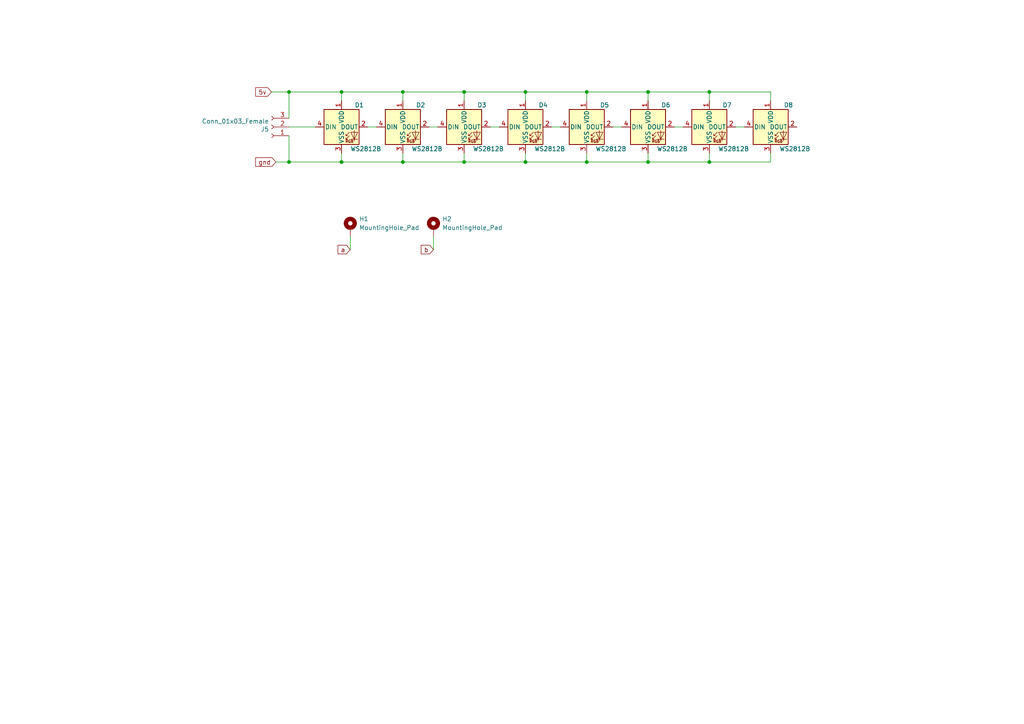
<source format=kicad_sch>
(kicad_sch (version 20211123) (generator eeschema)
  (paper "A4")
  (lib_symbols
    (symbol "Connector:Conn_01x03_Female" (pin_names (offset 1.016) hide)
      (property "Reference" "J" (at 0 5.08 0))
      (property "Value" "Conn_01x03_Female" (at 0 -5.08 0))
      (symbol "Conn_01x03_Female_1_1"
        (arc (start 0 -2.032) (mid -0.508 -2.54) (end 0 -3.048) (stroke (width 0.1524)))
        (polyline (pts (xy -1.27 -2.54) (xy -0.508 -2.54)) (stroke (width 0.1524)))
        (polyline (pts (xy -1.27 0) (xy -0.508 0)) (stroke (width 0.1524)))
        (polyline (pts (xy -1.27 2.54) (xy -0.508 2.54)) (stroke (width 0.1524)))
        (arc (start 0 0.508) (mid -0.508 0) (end 0 -0.508) (stroke (width 0.1524)))
        (arc (start 0 3.048) (mid -0.508 2.54) (end 0 2.032) (stroke (width 0.1524)))
        (pin passive line (at -5.08 2.54 0) (length 3.81) (name "Pin_1") (number "1"))
        (pin passive line (at -5.08 0 0) (length 3.81) (name "Pin_2") (number "2"))
        (pin passive line (at -5.08 -2.54 0) (length 3.81) (name "Pin_3") (number "3"))
      )
    )
    (symbol "LED:WS2812B" (pin_names (offset 0.254))
      (property "Reference" "D" (at 5.08 5.715 0))
      (property "Value" "WS2812B" (at 1.27 -5.715 0))
      (symbol "WS2812B_0_0"
        (text "RGB" (at 2.286 -4.191 0) (effects (font (size 0.762 0.762))))
      )
      (symbol "WS2812B_0_1"
        (polyline (pts (xy 1.27 -3.556) (xy 1.778 -3.556)))
        (polyline (pts (xy 1.27 -2.54) (xy 1.778 -2.54)))
        (polyline (pts (xy 4.699 -3.556) (xy 2.667 -3.556)))
        (polyline (pts (xy 2.286 -2.54) (xy 1.27 -3.556) (xy 1.27 -3.048)))
        (polyline (pts (xy 2.286 -1.524) (xy 1.27 -2.54) (xy 1.27 -2.032)))
        (polyline (pts (xy 3.683 -1.016) (xy 3.683 -3.556) (xy 3.683 -4.064)))
        (polyline (pts (xy 4.699 -1.524) (xy 2.667 -1.524) (xy 3.683 -3.556) (xy 4.699 -1.524)))
        (rectangle (start 5.08 5.08) (end -5.08 -5.08) (stroke (width 0.254)) (fill (type background)))
      )
      (symbol "WS2812B_1_1"
        (pin power_in line (at 0 7.62 270) (length 2.54) (name "VDD") (number "1"))
        (pin output line (at 7.62 0 180) (length 2.54) (name "DOUT") (number "2"))
        (pin power_in line (at 0 -7.62 90) (length 2.54) (name "VSS") (number "3"))
        (pin input line (at -7.62 0 0) (length 2.54) (name "DIN") (number "4"))
      )
    )
    (symbol "Mechanical:MountingHole_Pad" (pin_numbers hide) (pin_names (offset 1.016) hide)
      (property "Reference" "H" (at 0 6.35 0))
      (property "Value" "MountingHole_Pad" (at 0 4.445 0))
      (symbol "MountingHole_Pad_0_1"
        (circle (center 0 1.27) (radius 1.27) (stroke (width 1.27)))
      )
      (symbol "MountingHole_Pad_1_1"
        (pin input line (at 0 -2.54 90) (length 2.54) (name "1") (number "1"))
      )
    )
  )
  (junction (at 134.62 46.99))
  (junction (at 187.96 46.99))
  (junction (at 187.96 26.67))
  (junction (at 83.82 26.67))
  (junction (at 116.84 26.67))
  (junction (at 205.74 26.67))
  (junction (at 83.82 46.99))
  (junction (at 116.84 46.99))
  (junction (at 99.06 46.99))
  (junction (at 205.74 46.99))
  (junction (at 152.4 26.67))
  (junction (at 152.4 46.99))
  (junction (at 134.62 26.67))
  (junction (at 170.18 46.99))
  (junction (at 170.18 26.67))
  (junction (at 99.06 26.67))
  (wire (pts (xy 134.62 26.67) (xy 152.4 26.67)))
  (wire (pts (xy 213.36 36.83) (xy 215.9 36.83)))
  (wire (pts (xy 134.62 46.99) (xy 134.62 44.45)))
  (wire (pts (xy 101.6 68.58) (xy 101.6 72.39)))
  (wire (pts (xy 99.06 26.67) (xy 116.84 26.67)))
  (wire (pts (xy 170.18 29.21) (xy 170.18 26.67)))
  (wire (pts (xy 177.8 36.83) (xy 180.34 36.83)))
  (wire (pts (xy 205.74 46.99) (xy 205.74 44.45)))
  (wire (pts (xy 187.96 26.67) (xy 205.74 26.67)))
  (wire (pts (xy 223.52 29.21) (xy 223.52 26.67)))
  (wire (pts (xy 205.74 29.21) (xy 205.74 26.67)))
  (wire (pts (xy 160.02 36.83) (xy 162.56 36.83)))
  (wire (pts (xy 116.84 46.99) (xy 116.84 44.45)))
  (wire (pts (xy 195.58 36.83) (xy 198.12 36.83)))
  (wire (pts (xy 134.62 29.21) (xy 134.62 26.67)))
  (wire (pts (xy 99.06 29.21) (xy 99.06 26.67)))
  (wire (pts (xy 83.82 34.29) (xy 83.82 26.67)))
  (wire (pts (xy 99.06 46.99) (xy 116.84 46.99)))
  (wire (pts (xy 152.4 46.99) (xy 170.18 46.99)))
  (wire (pts (xy 205.74 46.99) (xy 223.52 46.99)))
  (wire (pts (xy 187.96 29.21) (xy 187.96 26.67)))
  (wire (pts (xy 187.96 46.99) (xy 187.96 44.45)))
  (wire (pts (xy 83.82 36.83) (xy 91.44 36.83)))
  (wire (pts (xy 83.82 46.99) (xy 99.06 46.99)))
  (wire (pts (xy 170.18 26.67) (xy 187.96 26.67)))
  (wire (pts (xy 124.46 36.83) (xy 127 36.83)))
  (wire (pts (xy 170.18 46.99) (xy 170.18 44.45)))
  (wire (pts (xy 125.73 68.58) (xy 125.73 72.39)))
  (wire (pts (xy 152.4 29.21) (xy 152.4 26.67)))
  (wire (pts (xy 223.52 46.99) (xy 223.52 44.45)))
  (wire (pts (xy 205.74 26.67) (xy 223.52 26.67)))
  (wire (pts (xy 152.4 46.99) (xy 152.4 44.45)))
  (wire (pts (xy 116.84 46.99) (xy 134.62 46.99)))
  (wire (pts (xy 152.4 26.67) (xy 170.18 26.67)))
  (wire (pts (xy 116.84 26.67) (xy 134.62 26.67)))
  (wire (pts (xy 170.18 46.99) (xy 187.96 46.99)))
  (wire (pts (xy 134.62 46.99) (xy 152.4 46.99)))
  (wire (pts (xy 187.96 46.99) (xy 205.74 46.99)))
  (wire (pts (xy 116.84 29.21) (xy 116.84 26.67)))
  (wire (pts (xy 106.68 36.83) (xy 109.22 36.83)))
  (wire (pts (xy 80.01 46.99) (xy 83.82 46.99)))
  (wire (pts (xy 142.24 36.83) (xy 144.78 36.83)))
  (wire (pts (xy 99.06 46.99) (xy 99.06 44.45)))
  (wire (pts (xy 83.82 46.99) (xy 83.82 39.37)))
  (wire (pts (xy 83.82 26.67) (xy 99.06 26.67)))
  (wire (pts (xy 78.74 26.67) (xy 83.82 26.67)))
  (global_label "5v" (shape input) (at 78.74 26.67 180) (property "Intersheet References" "${INTERSHEET_REFS}" (effects hide)))
  (global_label "b" (shape input) (at 125.73 72.39 180) (property "Intersheet References" "${INTERSHEET_REFS}" (effects hide)))
  (global_label "gnd" (shape input) (at 80.01 46.99 180) (property "Intersheet References" "${INTERSHEET_REFS}" (effects hide)))
  (global_label "a" (shape input) (at 101.6 72.39 180) (property "Intersheet References" "${INTERSHEET_REFS}" (effects hide)))
  (symbol (lib_id "LED:WS2812B") (at 99.06 36.83 0) (unit 1)
    (property "Reference" "D1" (at 102.87 30.48 0) (effects (justify left)))
    (property "Value" "WS2812B" (at 101.6 43.18 0) (effects (justify left)))
    (property "Footprint" "LED_SMD:LED_WS2812B_PLCC4_5.0x5.0mm_P3.2mm" (effects hide))
    (property "Datasheet" "https://cdn-shop.adafruit.com/datasheets/WS2812B.pdf" (effects hide))
  )
  (symbol (lib_id "LED:WS2812B") (at 134.62 36.83 0) (unit 1)
    (property "Reference" "D3" (at 138.43 30.48 0) (effects (justify left)))
    (property "Value" "WS2812B" (at 137.16 43.18 0) (effects (justify left)))
    (property "Footprint" "LED_SMD:LED_WS2812B_PLCC4_5.0x5.0mm_P3.2mm" (effects hide))
    (property "Datasheet" "https://cdn-shop.adafruit.com/datasheets/WS2812B.pdf" (effects hide))
  )
  (symbol (lib_id "LED:WS2812B") (at 116.84 36.83 0) (unit 1)
    (property "Reference" "D2" (at 120.65 30.48 0) (effects (justify left)))
    (property "Value" "WS2812B" (at 119.38 43.18 0) (effects (justify left)))
    (property "Footprint" "LED_SMD:LED_WS2812B_PLCC4_5.0x5.0mm_P3.2mm" (effects hide))
    (property "Datasheet" "https://cdn-shop.adafruit.com/datasheets/WS2812B.pdf" (effects hide))
  )
  (symbol (lib_id "LED:WS2812B") (at 152.4 36.83 0) (unit 1)
    (property "Reference" "D4" (at 156.21 30.48 0) (effects (justify left)))
    (property "Value" "WS2812B" (at 154.94 43.18 0) (effects (justify left)))
    (property "Footprint" "LED_SMD:LED_WS2812B_PLCC4_5.0x5.0mm_P3.2mm" (effects hide))
    (property "Datasheet" "https://cdn-shop.adafruit.com/datasheets/WS2812B.pdf" (effects hide))
  )
  (symbol (lib_id "Connector:Conn_01x03_Female") (at 78.74 36.83 180) (unit 1)
    (property "Reference" "J5" (at 78.0288 37.4904 0) (effects (justify left)))
    (property "Value" "Conn_01x03_Female" (at 78.0288 35.179 0) (effects (justify left)))
    (property "Footprint" "Connector_PinHeader_2.54mm:PinHeader_1x03_P2.54mm_Vertical_SMD_Pin1Left" (effects hide))
  )
  (symbol (lib_id "LED:WS2812B") (at 223.52 36.83 0) (unit 1)
    (property "Reference" "D8" (at 227.33 30.48 0) (effects (justify left)))
    (property "Value" "WS2812B" (at 226.06 43.18 0) (effects (justify left)))
    (property "Footprint" "LED_SMD:LED_WS2812B_PLCC4_5.0x5.0mm_P3.2mm" (effects hide))
    (property "Datasheet" "https://cdn-shop.adafruit.com/datasheets/WS2812B.pdf" (effects hide))
  )
  (symbol (lib_id "LED:WS2812B") (at 205.74 36.83 0) (unit 1)
    (property "Reference" "D7" (at 209.55 30.48 0) (effects (justify left)))
    (property "Value" "WS2812B" (at 208.28 43.18 0) (effects (justify left)))
    (property "Footprint" "LED_SMD:LED_WS2812B_PLCC4_5.0x5.0mm_P3.2mm" (effects hide))
    (property "Datasheet" "https://cdn-shop.adafruit.com/datasheets/WS2812B.pdf" (effects hide))
  )
  (symbol (lib_id "LED:WS2812B") (at 187.96 36.83 0) (unit 1)
    (property "Reference" "D6" (at 191.77 30.48 0) (effects (justify left)))
    (property "Value" "WS2812B" (at 190.5 43.18 0) (effects (justify left)))
    (property "Footprint" "LED_SMD:LED_WS2812B_PLCC4_5.0x5.0mm_P3.2mm" (effects hide))
    (property "Datasheet" "https://cdn-shop.adafruit.com/datasheets/WS2812B.pdf" (effects hide))
  )
  (symbol (lib_id "Mechanical:MountingHole_Pad") (at 101.6 66.04 0) (unit 1)
    (property "Reference" "H1" (at 104.14 63.4999 0) (effects (justify left)))
    (property "Value" "MountingHole_Pad" (at 104.14 66.0399 0) (effects (justify left)))
    (property "Footprint" "customstuff:MountingHole_4.3mm_M4_DIN965_Pad_TopOnly" (effects hide))
  )
  (symbol (lib_id "LED:WS2812B") (at 170.18 36.83 0) (unit 1)
    (property "Reference" "D5" (at 173.99 30.48 0) (effects (justify left)))
    (property "Value" "WS2812B" (at 172.72 43.18 0) (effects (justify left)))
    (property "Footprint" "LED_SMD:LED_WS2812B_PLCC4_5.0x5.0mm_P3.2mm" (effects hide))
    (property "Datasheet" "https://cdn-shop.adafruit.com/datasheets/WS2812B.pdf" (effects hide))
  )
  (symbol (lib_id "Mechanical:MountingHole_Pad") (at 125.73 66.04 0) (unit 1)
    (property "Reference" "H2" (at 128.27 63.4999 0) (effects (justify left)))
    (property "Value" "MountingHole_Pad" (at 128.27 66.0399 0) (effects (justify left)))
    (property "Footprint" "customstuff:MountingHole_4.3mm_M4_DIN965_Pad_TopOnly" (effects hide))
  )
)
</source>
